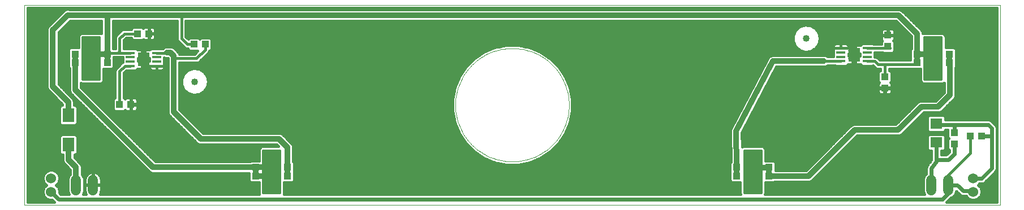
<source format=gtl>
G75*
G70*
%OFA0B0*%
%FSLAX24Y24*%
%IPPOS*%
%LPD*%
%AMOC8*
5,1,8,0,0,1.08239X$1,22.5*
%
%ADD10C,0.0000*%
%ADD11C,0.0591*%
%ADD12R,0.0709X0.0827*%
%ADD13R,0.0394X0.0433*%
%ADD14R,0.0433X0.0394*%
%ADD15R,0.0669X0.0787*%
%ADD16R,0.0531X0.0177*%
%ADD17R,0.0866X0.0709*%
%ADD18C,0.0120*%
%ADD19C,0.0600*%
%ADD20R,0.0710X0.0630*%
%ADD21C,0.0400*%
%ADD22C,0.0160*%
%ADD23C,0.0317*%
%ADD24C,0.0320*%
%ADD25C,0.0356*%
%ADD26C,0.0240*%
D10*
X000350Y000280D02*
X057830Y000280D01*
X057830Y012091D01*
X000350Y012091D01*
X000350Y000280D01*
X025744Y006186D02*
X025748Y006350D01*
X025760Y006514D01*
X025780Y006677D01*
X025808Y006839D01*
X025844Y006999D01*
X025888Y007157D01*
X025940Y007313D01*
X025999Y007466D01*
X026065Y007617D01*
X026139Y007763D01*
X026220Y007906D01*
X026308Y008045D01*
X026402Y008179D01*
X026504Y008309D01*
X026611Y008433D01*
X026724Y008552D01*
X026843Y008665D01*
X026967Y008772D01*
X027097Y008874D01*
X027231Y008968D01*
X027370Y009056D01*
X027513Y009137D01*
X027659Y009211D01*
X027810Y009277D01*
X027963Y009336D01*
X028119Y009388D01*
X028277Y009432D01*
X028437Y009468D01*
X028599Y009496D01*
X028762Y009516D01*
X028926Y009528D01*
X029090Y009532D01*
X029254Y009528D01*
X029418Y009516D01*
X029581Y009496D01*
X029743Y009468D01*
X029903Y009432D01*
X030061Y009388D01*
X030217Y009336D01*
X030370Y009277D01*
X030521Y009211D01*
X030667Y009137D01*
X030810Y009056D01*
X030949Y008968D01*
X031083Y008874D01*
X031213Y008772D01*
X031337Y008665D01*
X031456Y008552D01*
X031569Y008433D01*
X031676Y008309D01*
X031778Y008179D01*
X031872Y008045D01*
X031960Y007906D01*
X032041Y007763D01*
X032115Y007617D01*
X032181Y007466D01*
X032240Y007313D01*
X032292Y007157D01*
X032336Y006999D01*
X032372Y006839D01*
X032400Y006677D01*
X032420Y006514D01*
X032432Y006350D01*
X032436Y006186D01*
X032432Y006022D01*
X032420Y005858D01*
X032400Y005695D01*
X032372Y005533D01*
X032336Y005373D01*
X032292Y005215D01*
X032240Y005059D01*
X032181Y004906D01*
X032115Y004755D01*
X032041Y004609D01*
X031960Y004466D01*
X031872Y004327D01*
X031778Y004193D01*
X031676Y004063D01*
X031569Y003939D01*
X031456Y003820D01*
X031337Y003707D01*
X031213Y003600D01*
X031083Y003498D01*
X030949Y003404D01*
X030810Y003316D01*
X030667Y003235D01*
X030521Y003161D01*
X030370Y003095D01*
X030217Y003036D01*
X030061Y002984D01*
X029903Y002940D01*
X029743Y002904D01*
X029581Y002876D01*
X029418Y002856D01*
X029254Y002844D01*
X029090Y002840D01*
X028926Y002844D01*
X028762Y002856D01*
X028599Y002876D01*
X028437Y002904D01*
X028277Y002940D01*
X028119Y002984D01*
X027963Y003036D01*
X027810Y003095D01*
X027659Y003161D01*
X027513Y003235D01*
X027370Y003316D01*
X027231Y003404D01*
X027097Y003498D01*
X026967Y003600D01*
X026843Y003707D01*
X026724Y003820D01*
X026611Y003939D01*
X026504Y004063D01*
X026402Y004193D01*
X026308Y004327D01*
X026220Y004466D01*
X026139Y004609D01*
X026065Y004755D01*
X025999Y004906D01*
X025940Y005059D01*
X025888Y005215D01*
X025844Y005373D01*
X025808Y005533D01*
X025780Y005695D01*
X025760Y005858D01*
X025748Y006022D01*
X025744Y006186D01*
D11*
X004393Y001756D02*
X004393Y001166D01*
X003393Y001166D02*
X003393Y001756D01*
X053787Y001756D02*
X053787Y001166D01*
X054787Y001166D02*
X054787Y001756D01*
D12*
X002933Y003845D03*
X002933Y005577D03*
D13*
X005956Y006218D03*
X006626Y006218D03*
X010341Y009768D03*
X011010Y009768D03*
X007682Y010400D03*
X007013Y010400D03*
X056091Y004350D03*
X056760Y004350D03*
D14*
X055136Y004561D03*
X055136Y003892D03*
X044208Y002504D03*
X044208Y001993D03*
X042319Y001993D03*
X042319Y002504D03*
X051048Y007184D03*
X051048Y007853D03*
X052949Y008686D03*
X054838Y008686D03*
X054838Y009197D03*
X052949Y009197D03*
X051229Y009639D03*
X051229Y010308D03*
X015862Y002504D03*
X013972Y002504D03*
X013972Y001993D03*
X015862Y001993D03*
X005232Y008686D03*
X005232Y009197D03*
X003342Y009197D03*
X003342Y008686D03*
D15*
X007370Y008878D03*
X049239Y009153D03*
D16*
X048462Y009025D03*
X048462Y008769D03*
X050017Y008769D03*
X050017Y009025D03*
X050017Y009281D03*
X050017Y009537D03*
X048462Y009537D03*
X048462Y009281D03*
X008147Y009262D03*
X008147Y009006D03*
X008147Y008750D03*
X008147Y008495D03*
X006592Y008495D03*
X006592Y008750D03*
X006592Y009006D03*
X006592Y009262D03*
D17*
X004287Y008941D03*
X014917Y002249D03*
X043264Y002249D03*
X053893Y008941D03*
D18*
X053393Y008931D02*
X054393Y008931D01*
X054393Y009049D02*
X053393Y009049D01*
X053393Y009168D02*
X054393Y009168D01*
X054393Y009286D02*
X053393Y009286D01*
X053393Y009405D02*
X054393Y009405D01*
X054393Y009523D02*
X053393Y009523D01*
X053393Y009642D02*
X054393Y009642D01*
X054393Y009760D02*
X053393Y009760D01*
X053393Y009879D02*
X054393Y009879D01*
X054393Y009997D02*
X053393Y009997D01*
X053393Y010116D02*
X054393Y010116D01*
X054393Y010191D02*
X053393Y010191D01*
X053393Y007691D01*
X054393Y007691D01*
X054393Y010191D01*
X054393Y008812D02*
X053393Y008812D01*
X053393Y008694D02*
X054393Y008694D01*
X054393Y008575D02*
X053393Y008575D01*
X053393Y008457D02*
X054393Y008457D01*
X054393Y008338D02*
X053393Y008338D01*
X053393Y008220D02*
X054393Y008220D01*
X054393Y008101D02*
X053393Y008101D01*
X053393Y007983D02*
X054393Y007983D01*
X054393Y007864D02*
X053393Y007864D01*
X053393Y007746D02*
X054393Y007746D01*
X043764Y003499D02*
X042764Y003499D01*
X042764Y000999D01*
X043764Y000999D01*
X043764Y003499D01*
X043764Y003480D02*
X042764Y003480D01*
X042764Y003361D02*
X043764Y003361D01*
X043764Y003243D02*
X042764Y003243D01*
X042764Y003124D02*
X043764Y003124D01*
X043764Y003006D02*
X042764Y003006D01*
X042764Y002887D02*
X043764Y002887D01*
X043764Y002769D02*
X042764Y002769D01*
X042764Y002650D02*
X043764Y002650D01*
X043764Y002532D02*
X042764Y002532D01*
X042764Y002413D02*
X043764Y002413D01*
X043764Y002295D02*
X042764Y002295D01*
X042764Y002176D02*
X043764Y002176D01*
X043764Y002058D02*
X042764Y002058D01*
X042764Y001939D02*
X043764Y001939D01*
X043764Y001821D02*
X042764Y001821D01*
X042764Y001702D02*
X043764Y001702D01*
X043764Y001584D02*
X042764Y001584D01*
X042764Y001465D02*
X043764Y001465D01*
X043764Y001347D02*
X042764Y001347D01*
X042764Y001228D02*
X043764Y001228D01*
X043764Y001110D02*
X042764Y001110D01*
X015417Y001110D02*
X014417Y001110D01*
X014417Y000999D02*
X014417Y003499D01*
X015417Y003499D01*
X015417Y000999D01*
X014417Y000999D01*
X014417Y001228D02*
X015417Y001228D01*
X015417Y001347D02*
X014417Y001347D01*
X014417Y001465D02*
X015417Y001465D01*
X015417Y001584D02*
X014417Y001584D01*
X014417Y001702D02*
X015417Y001702D01*
X015417Y001821D02*
X014417Y001821D01*
X014417Y001939D02*
X015417Y001939D01*
X015417Y002058D02*
X014417Y002058D01*
X014417Y002176D02*
X015417Y002176D01*
X015417Y002295D02*
X014417Y002295D01*
X014417Y002413D02*
X015417Y002413D01*
X015417Y002532D02*
X014417Y002532D01*
X014417Y002650D02*
X015417Y002650D01*
X015417Y002769D02*
X014417Y002769D01*
X014417Y002887D02*
X015417Y002887D01*
X015417Y003006D02*
X014417Y003006D01*
X014417Y003124D02*
X015417Y003124D01*
X015417Y003243D02*
X014417Y003243D01*
X014417Y003361D02*
X015417Y003361D01*
X015417Y003480D02*
X014417Y003480D01*
X004787Y007691D02*
X003787Y007691D01*
X003787Y010191D01*
X004787Y010191D01*
X004787Y007691D01*
X004787Y007746D02*
X003787Y007746D01*
X003787Y007864D02*
X004787Y007864D01*
X004787Y007983D02*
X003787Y007983D01*
X003787Y008101D02*
X004787Y008101D01*
X004787Y008220D02*
X003787Y008220D01*
X003787Y008338D02*
X004787Y008338D01*
X004787Y008457D02*
X003787Y008457D01*
X003787Y008575D02*
X004787Y008575D01*
X004787Y008694D02*
X003787Y008694D01*
X003787Y008812D02*
X004787Y008812D01*
X004787Y008931D02*
X003787Y008931D01*
X003787Y009049D02*
X004787Y009049D01*
X004787Y009168D02*
X003787Y009168D01*
X003787Y009286D02*
X004787Y009286D01*
X004787Y009405D02*
X003787Y009405D01*
X003787Y009523D02*
X004787Y009523D01*
X004787Y009642D02*
X003787Y009642D01*
X003787Y009760D02*
X004787Y009760D01*
X004787Y009879D02*
X003787Y009879D01*
X003787Y009997D02*
X004787Y009997D01*
X004787Y010116D02*
X003787Y010116D01*
D19*
X001925Y001855D03*
X001925Y001067D03*
X056256Y001067D03*
X056256Y001855D03*
D20*
X054077Y003968D03*
X054077Y005088D03*
D21*
X046413Y010123D03*
X010390Y007563D03*
D22*
X009611Y007571D02*
X009490Y007571D01*
X009490Y007413D02*
X009611Y007413D01*
X009611Y007398D02*
X009746Y007096D01*
X009746Y007096D01*
X009992Y006874D01*
X010306Y006772D01*
X010306Y006772D01*
X010635Y006807D01*
X010635Y006807D01*
X010922Y006972D01*
X010922Y006972D01*
X010922Y006972D01*
X011116Y007240D01*
X011185Y007563D01*
X011116Y007887D01*
X010922Y008155D01*
X010922Y008155D01*
X010922Y008155D01*
X010635Y008320D01*
X010306Y008355D01*
X009992Y008252D01*
X009746Y008031D01*
X009611Y007729D01*
X009611Y007398D01*
X009676Y007254D02*
X009490Y007254D01*
X008810Y007254D02*
X006210Y007254D01*
X006210Y007413D02*
X008810Y007413D01*
X008810Y007571D02*
X006210Y007571D01*
X006210Y007730D02*
X008810Y007730D01*
X009490Y007730D02*
X009612Y007730D01*
X009682Y007888D02*
X009490Y007888D01*
X009490Y008047D02*
X009763Y008047D01*
X009746Y008031D02*
X009746Y008031D01*
X009939Y008205D02*
X009490Y008205D01*
X009992Y008252D02*
X009992Y008252D01*
X010306Y008355D02*
X010306Y008355D01*
X010635Y008320D02*
X010635Y008320D01*
X010835Y008205D02*
X026198Y008205D01*
X026093Y008047D02*
X011000Y008047D01*
X011116Y007888D02*
X025987Y007888D01*
X025965Y007856D02*
X025699Y007214D01*
X025564Y006533D01*
X025564Y005838D01*
X025699Y005157D01*
X025965Y004515D01*
X026351Y003938D01*
X026842Y003446D01*
X027420Y003060D01*
X028062Y002795D01*
X028743Y002659D01*
X029438Y002659D01*
X030119Y002795D01*
X030761Y003060D01*
X031338Y003446D01*
X031830Y003938D01*
X032215Y004515D01*
X032481Y005157D01*
X032617Y005838D01*
X032617Y006533D01*
X032481Y007214D01*
X032215Y007856D01*
X031830Y008433D01*
X031338Y008925D01*
X030761Y009311D01*
X030119Y009576D01*
X029438Y009712D01*
X028743Y009712D01*
X028062Y009576D01*
X027420Y009311D01*
X026842Y008925D01*
X026351Y008433D01*
X025965Y007856D01*
X025913Y007730D02*
X011150Y007730D01*
X011183Y007571D02*
X025847Y007571D01*
X025782Y007413D02*
X011153Y007413D01*
X011119Y007254D02*
X025716Y007254D01*
X025676Y007096D02*
X011011Y007096D01*
X010861Y006937D02*
X025644Y006937D01*
X025613Y006779D02*
X010366Y006779D01*
X010287Y006779D02*
X009490Y006779D01*
X009490Y006937D02*
X009922Y006937D01*
X009992Y006874D02*
X009992Y006874D01*
X009746Y007096D02*
X009490Y007096D01*
X008810Y007096D02*
X006210Y007096D01*
X006210Y006937D02*
X008810Y006937D01*
X008810Y006779D02*
X006210Y006779D01*
X005690Y006779D02*
X004133Y006779D01*
X003974Y006937D02*
X005690Y006937D01*
X005690Y007096D02*
X003816Y007096D01*
X003690Y007221D02*
X003690Y007472D01*
X003739Y007451D01*
X004835Y007451D01*
X004923Y007488D01*
X004991Y007555D01*
X005027Y007644D01*
X005027Y008309D01*
X005523Y008309D01*
X005629Y008414D01*
X005629Y009002D01*
X006147Y009002D01*
X006147Y008727D01*
X006117Y008715D01*
X005803Y008400D01*
X005730Y008327D01*
X005690Y008232D01*
X005690Y006614D01*
X005685Y006614D01*
X005580Y006509D01*
X005580Y005927D01*
X005685Y005821D01*
X006228Y005821D01*
X006291Y005884D01*
X006318Y005857D01*
X006359Y005834D01*
X006405Y005821D01*
X006607Y005821D01*
X006607Y006199D01*
X006644Y006199D01*
X006644Y005821D01*
X006846Y005821D01*
X006892Y005834D01*
X006933Y005857D01*
X006967Y005891D01*
X006990Y005932D01*
X007003Y005978D01*
X007003Y006199D01*
X006644Y006199D01*
X006644Y006236D01*
X007003Y006236D01*
X007003Y006458D01*
X006990Y006504D01*
X006967Y006545D01*
X006933Y006578D01*
X006892Y006602D01*
X006846Y006614D01*
X006644Y006614D01*
X006644Y006236D01*
X006607Y006236D01*
X006607Y006614D01*
X006405Y006614D01*
X006359Y006602D01*
X006318Y006578D01*
X006291Y006551D01*
X006228Y006614D01*
X006210Y006614D01*
X006210Y008072D01*
X006364Y008226D01*
X006933Y008226D01*
X007011Y008305D01*
X007012Y008305D01*
X007290Y008305D01*
X007290Y008798D01*
X007450Y008798D01*
X007450Y008305D01*
X007728Y008305D01*
X007732Y008306D01*
X007738Y008295D01*
X007771Y008262D01*
X007812Y008238D01*
X007858Y008226D01*
X008147Y008226D01*
X008147Y008482D01*
X008147Y008482D01*
X008147Y008226D01*
X008437Y008226D01*
X008483Y008238D01*
X008524Y008262D01*
X008557Y008295D01*
X008581Y008337D01*
X008593Y008382D01*
X008593Y008495D01*
X008593Y008977D01*
X008683Y008940D01*
X008809Y008940D01*
X008810Y008939D01*
X008810Y005712D01*
X008862Y005587D01*
X010462Y003987D01*
X010558Y003892D01*
X010683Y003840D01*
X015207Y003840D01*
X015308Y003739D01*
X014369Y003739D01*
X014281Y003702D01*
X014214Y003634D01*
X014177Y003546D01*
X014177Y002881D01*
X013681Y002881D01*
X013644Y002844D01*
X008067Y002844D01*
X003690Y007221D01*
X003690Y007254D02*
X005690Y007254D01*
X005690Y007413D02*
X003690Y007413D01*
X003010Y007413D02*
X002363Y007413D01*
X002363Y007409D02*
X002363Y010474D01*
X003031Y011142D01*
X004892Y011142D01*
X004892Y010408D01*
X004835Y010431D01*
X003739Y010431D01*
X003651Y010395D01*
X003584Y010327D01*
X003547Y010239D01*
X003547Y009574D01*
X003051Y009574D01*
X002946Y009469D01*
X002946Y008414D01*
X003010Y008350D01*
X003010Y007012D01*
X003062Y006887D01*
X007638Y002312D01*
X007733Y002216D01*
X007858Y002164D01*
X013576Y002164D01*
X013576Y001721D01*
X013681Y001616D01*
X014177Y001616D01*
X014177Y000951D01*
X014188Y000924D01*
X004804Y000924D01*
X004834Y000983D01*
X004857Y001055D01*
X004869Y001128D01*
X004869Y001443D01*
X004412Y001443D01*
X004412Y001480D01*
X004375Y001480D01*
X004375Y002232D01*
X004356Y002232D01*
X004282Y002220D01*
X004211Y002197D01*
X004144Y002163D01*
X004084Y002119D01*
X004031Y002066D01*
X003987Y002005D01*
X003953Y001939D01*
X003930Y001868D01*
X003918Y001794D01*
X003918Y001480D01*
X004375Y001480D01*
X004375Y001443D01*
X003918Y001443D01*
X003918Y001128D01*
X003930Y001055D01*
X003953Y000983D01*
X003983Y000924D01*
X003808Y000924D01*
X003869Y001071D01*
X003869Y001851D01*
X003796Y002026D01*
X003733Y002089D01*
X003733Y002570D01*
X003682Y002695D01*
X003298Y003078D01*
X003298Y003251D01*
X003362Y003251D01*
X003468Y003357D01*
X003468Y004333D01*
X003362Y004438D01*
X002504Y004438D01*
X002399Y004333D01*
X002399Y003357D01*
X002504Y003251D01*
X002618Y003251D01*
X002618Y002870D01*
X002670Y002745D01*
X002766Y002649D01*
X003053Y002362D01*
X003053Y002089D01*
X002991Y002026D01*
X002918Y001851D01*
X002918Y001071D01*
X002979Y000924D01*
X002492Y000924D01*
X002405Y001012D01*
X002405Y001163D01*
X002332Y001339D01*
X002210Y001461D01*
X002332Y001583D01*
X002405Y001759D01*
X002405Y001950D01*
X002332Y002127D01*
X002197Y002262D01*
X002020Y002335D01*
X001830Y002335D01*
X001653Y002262D01*
X001518Y002127D01*
X001445Y001950D01*
X001445Y001759D01*
X001518Y001583D01*
X001640Y001461D01*
X001518Y001339D01*
X001445Y001163D01*
X001445Y000972D01*
X001518Y000796D01*
X001653Y000660D01*
X001830Y000587D01*
X001981Y000587D01*
X002108Y000460D01*
X000530Y000460D01*
X000530Y011911D01*
X057650Y011911D01*
X057650Y000460D01*
X054695Y000460D01*
X054956Y000721D01*
X055056Y000763D01*
X055190Y000897D01*
X055262Y001071D01*
X055262Y001095D01*
X055411Y000947D01*
X055495Y000862D01*
X055605Y000817D01*
X055840Y000817D01*
X055849Y000796D01*
X055984Y000660D01*
X056160Y000587D01*
X056351Y000587D01*
X056528Y000660D01*
X056663Y000796D01*
X056736Y000972D01*
X056736Y001163D01*
X056663Y001339D01*
X056541Y001461D01*
X056635Y001555D01*
X056807Y001555D01*
X056918Y001600D01*
X057508Y002191D01*
X057593Y002275D01*
X057638Y002386D01*
X057638Y004867D01*
X057593Y004977D01*
X057396Y005174D01*
X057311Y005259D01*
X057201Y005304D01*
X054612Y005304D01*
X054612Y005477D01*
X054506Y005583D01*
X053647Y005583D01*
X053542Y005477D01*
X053542Y004698D01*
X053647Y004593D01*
X054506Y004593D01*
X054612Y004698D01*
X054612Y004704D01*
X054739Y004704D01*
X054739Y004290D01*
X054803Y004226D01*
X054739Y004163D01*
X054739Y003620D01*
X054836Y003524D01*
X054836Y003418D01*
X054655Y003237D01*
X054390Y003237D01*
X054390Y003473D01*
X054506Y003473D01*
X054612Y003579D01*
X054612Y004358D01*
X054506Y004463D01*
X053647Y004463D01*
X053542Y004358D01*
X053542Y003579D01*
X053647Y003473D01*
X053790Y003473D01*
X053790Y002940D01*
X053560Y002635D01*
X053533Y002607D01*
X053525Y002588D01*
X053512Y002571D01*
X053502Y002533D01*
X053487Y002497D01*
X053487Y002476D01*
X053482Y002455D01*
X053487Y002417D01*
X053487Y002129D01*
X053384Y002026D01*
X053312Y001851D01*
X053312Y001071D01*
X053373Y000924D01*
X043993Y000924D01*
X044004Y000951D01*
X044004Y001616D01*
X044500Y001616D01*
X044536Y001653D01*
X046619Y001653D01*
X046744Y001704D01*
X049408Y004369D01*
X051894Y004369D01*
X052019Y004421D01*
X053345Y005747D01*
X054256Y005747D01*
X054381Y005799D01*
X055070Y006488D01*
X055166Y006583D01*
X055218Y006708D01*
X055218Y008397D01*
X055235Y008414D01*
X055235Y009469D01*
X055129Y009574D01*
X054633Y009574D01*
X054633Y010239D01*
X054597Y010327D01*
X054529Y010395D01*
X054441Y010431D01*
X053346Y010431D01*
X053289Y010408D01*
X053289Y010449D01*
X053237Y010574D01*
X052138Y011673D01*
X052088Y011723D01*
X052043Y011768D01*
X052043Y011768D01*
X052043Y011768D01*
X051980Y011794D01*
X051918Y011820D01*
X051918Y011820D01*
X051918Y011820D01*
X051853Y011820D01*
X051783Y011820D01*
X051783Y011820D01*
X009701Y011815D01*
X006820Y011821D01*
X006819Y011822D01*
X006752Y011822D01*
X006685Y011822D01*
X006685Y011822D01*
X003022Y011822D01*
X002977Y011840D01*
X002842Y011840D01*
X002717Y011789D01*
X002621Y011693D01*
X001735Y010807D01*
X001683Y010682D01*
X001683Y007201D01*
X001735Y007076D01*
X001831Y006980D01*
X002593Y006218D01*
X002593Y006170D01*
X002504Y006170D01*
X002399Y006065D01*
X002399Y005089D01*
X002504Y004983D01*
X003362Y004983D01*
X003468Y005089D01*
X003468Y006065D01*
X003362Y006170D01*
X003273Y006170D01*
X003273Y006426D01*
X003221Y006551D01*
X002363Y007409D01*
X002363Y007571D02*
X003010Y007571D01*
X003010Y007730D02*
X002363Y007730D01*
X002363Y007888D02*
X003010Y007888D01*
X003010Y008047D02*
X002363Y008047D01*
X002363Y008205D02*
X003010Y008205D01*
X002996Y008364D02*
X002363Y008364D01*
X002363Y008522D02*
X002946Y008522D01*
X002946Y008681D02*
X002363Y008681D01*
X002363Y008839D02*
X002946Y008839D01*
X002946Y008998D02*
X002363Y008998D01*
X002363Y009156D02*
X002946Y009156D01*
X002946Y009315D02*
X002363Y009315D01*
X002363Y009473D02*
X002950Y009473D01*
X002363Y009632D02*
X003547Y009632D01*
X003547Y009790D02*
X002363Y009790D01*
X002363Y009949D02*
X003547Y009949D01*
X003547Y010107D02*
X002363Y010107D01*
X002363Y010266D02*
X003558Y010266D01*
X003722Y010424D02*
X002363Y010424D01*
X002472Y010583D02*
X004892Y010583D01*
X004892Y010741D02*
X002631Y010741D01*
X002789Y010900D02*
X004892Y010900D01*
X005572Y010900D02*
X009342Y010900D01*
X009342Y010741D02*
X008010Y010741D01*
X008023Y010728D02*
X007990Y010761D01*
X007949Y010785D01*
X007903Y010797D01*
X007701Y010797D01*
X007701Y010419D01*
X007664Y010419D01*
X007664Y010797D01*
X007462Y010797D01*
X007416Y010785D01*
X007375Y010761D01*
X007348Y010734D01*
X007285Y010797D01*
X006742Y010797D01*
X006636Y010692D01*
X006636Y010660D01*
X006187Y010660D01*
X006091Y010621D01*
X005813Y010343D01*
X005740Y010270D01*
X005700Y010174D01*
X005700Y009522D01*
X005575Y009522D01*
X005572Y009525D01*
X005572Y011142D01*
X006752Y011142D01*
X009342Y011136D01*
X009342Y010071D01*
X009382Y009975D01*
X009455Y009902D01*
X009809Y009548D01*
X009905Y009508D01*
X009964Y009508D01*
X009964Y009477D01*
X010069Y009372D01*
X010551Y009372D01*
X010380Y009201D01*
X009468Y009201D01*
X009438Y009273D01*
X009343Y009368D01*
X009143Y009568D01*
X009018Y009620D01*
X008683Y009620D01*
X008558Y009568D01*
X008512Y009522D01*
X008496Y009522D01*
X008488Y009531D01*
X007807Y009531D01*
X007728Y009452D01*
X007450Y009452D01*
X007450Y008958D01*
X007702Y008958D01*
X007702Y008798D01*
X007450Y008798D01*
X007450Y008958D01*
X007290Y008958D01*
X007038Y008958D01*
X007038Y008798D01*
X007290Y008798D01*
X007290Y008958D01*
X007290Y009452D01*
X007012Y009452D01*
X007011Y009452D01*
X006933Y009531D01*
X006252Y009531D01*
X006243Y009522D01*
X006220Y009522D01*
X006220Y010015D01*
X006346Y010140D01*
X006636Y010140D01*
X006636Y010109D01*
X006742Y010004D01*
X007285Y010004D01*
X007348Y010067D01*
X007375Y010040D01*
X007416Y010016D01*
X007462Y010004D01*
X007664Y010004D01*
X007664Y010382D01*
X007701Y010382D01*
X007701Y010419D01*
X008059Y010419D01*
X008059Y010641D01*
X008047Y010686D01*
X008023Y010728D01*
X008059Y010583D02*
X009342Y010583D01*
X009862Y010583D02*
X045766Y010583D01*
X045770Y010590D02*
X045635Y010288D01*
X045635Y009957D01*
X045770Y009655D01*
X046015Y009434D01*
X046330Y009331D01*
X046659Y009366D01*
X046945Y009531D01*
X046946Y009531D01*
X047140Y009799D01*
X047209Y010123D01*
X047140Y010446D01*
X047140Y010446D01*
X046946Y010714D01*
X046945Y010714D01*
X046659Y010879D01*
X046330Y010914D01*
X046015Y010811D01*
X045770Y010590D01*
X045937Y010741D02*
X009862Y010741D01*
X009862Y010900D02*
X046286Y010900D01*
X046330Y010914D02*
X046330Y010914D01*
X046465Y010900D02*
X051950Y010900D01*
X052108Y010741D02*
X046898Y010741D01*
X047041Y010583D02*
X050849Y010583D01*
X050845Y010575D02*
X050832Y010529D01*
X050832Y010327D01*
X051210Y010327D01*
X051210Y010290D01*
X050832Y010290D01*
X050832Y010088D01*
X050845Y010042D01*
X050868Y010001D01*
X050896Y009974D01*
X050832Y009910D01*
X050832Y009797D01*
X050366Y009797D01*
X050357Y009806D01*
X049676Y009806D01*
X049598Y009727D01*
X049598Y009727D01*
X049319Y009727D01*
X049319Y009233D01*
X049571Y009233D01*
X049571Y009073D01*
X049319Y009073D01*
X049319Y008580D01*
X049598Y008580D01*
X049676Y008501D01*
X050357Y008501D01*
X050359Y008503D01*
X050430Y008433D01*
X050503Y008360D01*
X050598Y008320D01*
X050788Y008320D01*
X050788Y008230D01*
X050757Y008230D01*
X050651Y008124D01*
X050651Y007581D01*
X050715Y007518D01*
X050687Y007491D01*
X050664Y007450D01*
X050651Y007404D01*
X050651Y007202D01*
X051029Y007202D01*
X051029Y007165D01*
X050651Y007165D01*
X050651Y006963D01*
X050664Y006917D01*
X050687Y006876D01*
X050721Y006843D01*
X050762Y006819D01*
X050808Y006807D01*
X051029Y006807D01*
X051029Y007165D01*
X051066Y007165D01*
X051066Y006807D01*
X051288Y006807D01*
X051334Y006819D01*
X051375Y006843D01*
X051408Y006876D01*
X051432Y006917D01*
X051444Y006963D01*
X051444Y007165D01*
X051066Y007165D01*
X051066Y007202D01*
X051444Y007202D01*
X051444Y007404D01*
X051432Y007450D01*
X051408Y007491D01*
X051381Y007518D01*
X051444Y007581D01*
X051444Y008124D01*
X051339Y008230D01*
X051308Y008230D01*
X051308Y008320D01*
X052646Y008320D01*
X052658Y008309D01*
X052836Y008309D01*
X052842Y008306D01*
X052977Y008306D01*
X052983Y008309D01*
X053153Y008309D01*
X053153Y007644D01*
X053190Y007555D01*
X053258Y007488D01*
X053346Y007451D01*
X054441Y007451D01*
X054529Y007488D01*
X054538Y007496D01*
X054538Y006917D01*
X054048Y006427D01*
X053137Y006427D01*
X053012Y006375D01*
X052916Y006280D01*
X051686Y005049D01*
X049200Y005049D01*
X049075Y004997D01*
X048979Y004902D01*
X046410Y002333D01*
X044605Y002333D01*
X044605Y002776D01*
X044500Y002881D01*
X044004Y002881D01*
X044004Y003546D01*
X043967Y003634D01*
X043900Y003702D01*
X043811Y003739D01*
X042716Y003739D01*
X042637Y003706D01*
X042622Y004561D01*
X044656Y008440D01*
X047518Y008440D01*
X047643Y008492D01*
X047671Y008520D01*
X048102Y008520D01*
X048121Y008501D01*
X048802Y008501D01*
X048881Y008580D01*
X049159Y008580D01*
X049159Y009073D01*
X049319Y009073D01*
X049319Y009233D01*
X049159Y009233D01*
X048907Y009233D01*
X048907Y009073D01*
X049159Y009073D01*
X049159Y009233D01*
X049159Y009727D01*
X048881Y009727D01*
X048877Y009726D01*
X048871Y009736D01*
X048838Y009770D01*
X048797Y009793D01*
X048751Y009806D01*
X048462Y009806D01*
X048462Y009550D01*
X048462Y009550D01*
X048462Y009806D01*
X048172Y009806D01*
X048126Y009793D01*
X048085Y009770D01*
X048052Y009736D01*
X048028Y009695D01*
X048016Y009649D01*
X048016Y009537D01*
X048016Y009040D01*
X047671Y009040D01*
X047643Y009068D01*
X047518Y009120D01*
X044466Y009120D01*
X044413Y009125D01*
X044398Y009120D01*
X044383Y009120D01*
X044334Y009100D01*
X044284Y009084D01*
X044272Y009074D01*
X044258Y009068D01*
X044221Y009031D01*
X044180Y008998D01*
X044173Y008984D01*
X044162Y008973D01*
X044142Y008924D01*
X042002Y004843D01*
X041989Y004830D01*
X041971Y004784D01*
X041948Y004740D01*
X041947Y004721D01*
X041940Y004704D01*
X041941Y004655D01*
X041936Y004605D01*
X041942Y004587D01*
X041973Y002827D01*
X041922Y002776D01*
X041922Y001721D01*
X042028Y001616D01*
X042524Y001616D01*
X042524Y000951D01*
X042534Y000924D01*
X015646Y000924D01*
X015657Y000951D01*
X015657Y001616D01*
X016153Y001616D01*
X016259Y001721D01*
X016259Y002776D01*
X016192Y002842D01*
X016192Y003743D01*
X016140Y003868D01*
X016045Y003964D01*
X015540Y004468D01*
X015415Y004520D01*
X010891Y004520D01*
X009490Y005921D01*
X009490Y008681D01*
X010540Y008681D01*
X010635Y008721D01*
X010708Y008794D01*
X011230Y009316D01*
X011253Y009372D01*
X011281Y009372D01*
X011387Y009477D01*
X011387Y010059D01*
X011281Y010165D01*
X010739Y010165D01*
X010675Y010101D01*
X010612Y010165D01*
X010069Y010165D01*
X009998Y010094D01*
X009862Y010230D01*
X009862Y011135D01*
X051709Y011140D01*
X052609Y010241D01*
X052609Y009525D01*
X052552Y009469D01*
X052552Y008840D01*
X050758Y008840D01*
X050608Y008990D01*
X050513Y009029D01*
X050462Y009029D01*
X050462Y009277D01*
X050923Y009277D01*
X050938Y009262D01*
X051520Y009262D01*
X051625Y009368D01*
X051625Y009910D01*
X051562Y009974D01*
X051589Y010001D01*
X051613Y010042D01*
X051625Y010088D01*
X051625Y010290D01*
X051247Y010290D01*
X051247Y010327D01*
X051210Y010327D01*
X051210Y010685D01*
X050989Y010685D01*
X050943Y010673D01*
X050902Y010649D01*
X050868Y010616D01*
X050845Y010575D01*
X051210Y010583D02*
X051247Y010583D01*
X051247Y010685D02*
X051247Y010327D01*
X051625Y010327D01*
X051625Y010529D01*
X051613Y010575D01*
X051589Y010616D01*
X051556Y010649D01*
X051515Y010673D01*
X051469Y010685D01*
X051247Y010685D01*
X051609Y010583D02*
X052267Y010583D01*
X052425Y010424D02*
X051625Y010424D01*
X051625Y010266D02*
X052584Y010266D01*
X052609Y010107D02*
X051625Y010107D01*
X051587Y009949D02*
X052609Y009949D01*
X052609Y009790D02*
X051625Y009790D01*
X051625Y009632D02*
X052609Y009632D01*
X052556Y009473D02*
X051625Y009473D01*
X051348Y009537D02*
X051229Y009639D01*
X051348Y009537D02*
X050017Y009537D01*
X049400Y009380D02*
X049243Y009537D01*
X049250Y009544D01*
X049250Y010080D01*
X049518Y010348D01*
X051229Y010308D01*
X051210Y010424D02*
X051247Y010424D01*
X050832Y010424D02*
X047145Y010424D01*
X047178Y010266D02*
X050832Y010266D01*
X050832Y010107D02*
X047205Y010107D01*
X047172Y009949D02*
X050870Y009949D01*
X049661Y009790D02*
X048803Y009790D01*
X048462Y009790D02*
X048462Y009790D01*
X048462Y009632D02*
X048462Y009632D01*
X048462Y009537D02*
X047895Y009537D01*
X047890Y009532D01*
X048016Y009537D02*
X048109Y009537D01*
X048109Y009537D01*
X048016Y009537D01*
X048016Y009473D02*
X046845Y009473D01*
X046946Y009531D02*
X046946Y009531D01*
X047018Y009632D02*
X048016Y009632D01*
X048121Y009790D02*
X047133Y009790D01*
X047140Y009799D02*
X047140Y009799D01*
X045972Y009473D02*
X030369Y009473D01*
X029842Y009632D02*
X045796Y009632D01*
X045770Y009655D02*
X045770Y009655D01*
X045709Y009790D02*
X011387Y009790D01*
X011387Y009632D02*
X028339Y009632D01*
X027812Y009473D02*
X011383Y009473D01*
X011010Y009463D02*
X010488Y008941D01*
X009150Y008941D01*
X008810Y008839D02*
X008593Y008839D01*
X007702Y008839D02*
X007450Y008839D01*
X007370Y008878D02*
X007370Y008910D01*
X007200Y009080D01*
X007290Y009156D02*
X007450Y009156D01*
X007450Y008998D02*
X007290Y008998D01*
X007290Y008839D02*
X007038Y008839D01*
X007200Y008680D02*
X007386Y008495D01*
X008147Y008495D01*
X008573Y008495D01*
X008618Y008449D01*
X008593Y008495D02*
X008500Y008495D01*
X008593Y008495D01*
X008593Y008522D02*
X008810Y008522D01*
X008810Y008364D02*
X008588Y008364D01*
X008500Y008495D02*
X008500Y008495D01*
X008593Y008681D02*
X008810Y008681D01*
X009490Y008681D02*
X026598Y008681D01*
X026440Y008522D02*
X009490Y008522D01*
X009490Y008364D02*
X026304Y008364D01*
X026757Y008839D02*
X010753Y008839D01*
X010912Y008998D02*
X026951Y008998D01*
X027189Y009156D02*
X011070Y009156D01*
X011229Y009315D02*
X027429Y009315D01*
X030751Y009315D02*
X048016Y009315D01*
X048016Y009156D02*
X030992Y009156D01*
X031229Y008998D02*
X044180Y008998D01*
X044097Y008839D02*
X031424Y008839D01*
X031583Y008681D02*
X044014Y008681D01*
X043931Y008522D02*
X031741Y008522D01*
X031876Y008364D02*
X043848Y008364D01*
X044616Y008364D02*
X050499Y008364D01*
X050430Y008433D02*
X050430Y008433D01*
X050650Y008580D02*
X051039Y008580D01*
X051048Y008571D01*
X051048Y007853D01*
X051444Y007888D02*
X053153Y007888D01*
X053153Y008047D02*
X051444Y008047D01*
X051364Y008205D02*
X053153Y008205D01*
X052843Y008580D02*
X052949Y008686D01*
X052843Y008580D02*
X051039Y008580D01*
X050650Y008580D02*
X050461Y008769D01*
X050017Y008769D01*
X049655Y008522D02*
X048823Y008522D01*
X048881Y008580D02*
X048881Y008580D01*
X049159Y008681D02*
X049319Y008681D01*
X049598Y008580D02*
X049598Y008580D01*
X048462Y008769D02*
X048451Y008780D01*
X047450Y008780D01*
X048907Y009156D02*
X049159Y009156D01*
X049239Y009153D02*
X049050Y009342D01*
X049050Y009380D01*
X049159Y009315D02*
X049319Y009315D01*
X049319Y009156D02*
X049571Y009156D01*
X049319Y008998D02*
X049159Y008998D01*
X049159Y008839D02*
X049319Y008839D01*
X050462Y009156D02*
X052552Y009156D01*
X052552Y008998D02*
X050589Y008998D01*
X051572Y009315D02*
X052552Y009315D01*
X053598Y008941D02*
X053893Y008941D01*
X055235Y008998D02*
X057650Y008998D01*
X057650Y009156D02*
X055235Y009156D01*
X055235Y009315D02*
X057650Y009315D01*
X057650Y009473D02*
X055231Y009473D01*
X054633Y009632D02*
X057650Y009632D01*
X057650Y009790D02*
X054633Y009790D01*
X054633Y009949D02*
X057650Y009949D01*
X057650Y010107D02*
X054633Y010107D01*
X054623Y010266D02*
X057650Y010266D01*
X057650Y010424D02*
X054459Y010424D01*
X053328Y010424D02*
X053289Y010424D01*
X053228Y010583D02*
X057650Y010583D01*
X057650Y010741D02*
X053070Y010741D01*
X052911Y010900D02*
X057650Y010900D01*
X057650Y011058D02*
X052753Y011058D01*
X052594Y011217D02*
X057650Y011217D01*
X057650Y011375D02*
X052436Y011375D01*
X052277Y011534D02*
X057650Y011534D01*
X057650Y011692D02*
X052119Y011692D01*
X052138Y011673D02*
X052138Y011673D01*
X051791Y011058D02*
X009862Y011058D01*
X009342Y011058D02*
X005572Y011058D01*
X004892Y011058D02*
X002948Y011058D01*
X002303Y011375D02*
X000530Y011375D01*
X000530Y011217D02*
X002144Y011217D01*
X001986Y011058D02*
X000530Y011058D01*
X000530Y010900D02*
X001827Y010900D01*
X001708Y010741D02*
X000530Y010741D01*
X000530Y010583D02*
X001683Y010583D01*
X001683Y010424D02*
X000530Y010424D01*
X000530Y010266D02*
X001683Y010266D01*
X001683Y010107D02*
X000530Y010107D01*
X000530Y009949D02*
X001683Y009949D01*
X001683Y009790D02*
X000530Y009790D01*
X000530Y009632D02*
X001683Y009632D01*
X001683Y009473D02*
X000530Y009473D01*
X000530Y009315D02*
X001683Y009315D01*
X001683Y009156D02*
X000530Y009156D01*
X000530Y008998D02*
X001683Y008998D01*
X001683Y008839D02*
X000530Y008839D01*
X000530Y008681D02*
X001683Y008681D01*
X001683Y008522D02*
X000530Y008522D01*
X000530Y008364D02*
X001683Y008364D01*
X001683Y008205D02*
X000530Y008205D01*
X000530Y008047D02*
X001683Y008047D01*
X001683Y007888D02*
X000530Y007888D01*
X000530Y007730D02*
X001683Y007730D01*
X001683Y007571D02*
X000530Y007571D01*
X000530Y007413D02*
X001683Y007413D01*
X001683Y007254D02*
X000530Y007254D01*
X000530Y007096D02*
X001727Y007096D01*
X001874Y006937D02*
X000530Y006937D01*
X000530Y006779D02*
X002032Y006779D01*
X002835Y006937D02*
X003041Y006937D01*
X003010Y007096D02*
X002677Y007096D01*
X002518Y007254D02*
X003010Y007254D01*
X004997Y007571D02*
X005690Y007571D01*
X005690Y007730D02*
X005027Y007730D01*
X005027Y007888D02*
X005690Y007888D01*
X005690Y008047D02*
X005027Y008047D01*
X005027Y008205D02*
X005690Y008205D01*
X005950Y008180D02*
X005950Y006251D01*
X005956Y006218D01*
X005580Y006145D02*
X004767Y006145D01*
X004608Y006303D02*
X005580Y006303D01*
X005580Y006462D02*
X004450Y006462D01*
X004291Y006620D02*
X005690Y006620D01*
X006210Y006620D02*
X008810Y006620D01*
X008810Y006462D02*
X007002Y006462D01*
X007003Y006303D02*
X008810Y006303D01*
X008810Y006145D02*
X007003Y006145D01*
X006644Y006145D02*
X006607Y006145D01*
X006626Y006218D02*
X007588Y006218D01*
X008150Y006780D01*
X008150Y008492D01*
X008147Y008495D01*
X008147Y008364D02*
X008147Y008364D01*
X008810Y008205D02*
X006343Y008205D01*
X006210Y008047D02*
X008810Y008047D01*
X008810Y007888D02*
X006210Y007888D01*
X005950Y008180D02*
X006265Y008495D01*
X006592Y008495D01*
X006083Y008681D02*
X005629Y008681D01*
X005629Y008522D02*
X005925Y008522D01*
X005766Y008364D02*
X005578Y008364D01*
X007290Y008364D02*
X007450Y008364D01*
X007450Y008522D02*
X007290Y008522D01*
X007290Y008681D02*
X007450Y008681D01*
X006147Y008839D02*
X005629Y008839D01*
X005629Y008998D02*
X006147Y008998D01*
X005297Y009262D02*
X005232Y009197D01*
X005297Y009262D02*
X005862Y009262D01*
X005960Y009361D01*
X005960Y010123D01*
X006238Y010400D01*
X007013Y010400D01*
X007664Y010424D02*
X007701Y010424D01*
X007701Y010382D02*
X008059Y010382D01*
X008059Y010160D01*
X008047Y010114D01*
X008023Y010073D01*
X007990Y010040D01*
X007949Y010016D01*
X007903Y010004D01*
X007701Y010004D01*
X007701Y010382D01*
X007701Y010266D02*
X007664Y010266D01*
X007664Y010107D02*
X007701Y010107D01*
X008043Y010107D02*
X009342Y010107D01*
X009342Y010266D02*
X008059Y010266D01*
X008059Y010424D02*
X009342Y010424D01*
X009862Y010424D02*
X045696Y010424D01*
X045635Y010288D02*
X045635Y010288D01*
X045635Y010266D02*
X009862Y010266D01*
X009985Y010107D02*
X010012Y010107D01*
X009956Y009768D02*
X009602Y010123D01*
X009602Y011475D01*
X009701Y011475D01*
X007701Y010741D02*
X007664Y010741D01*
X007664Y010583D02*
X007701Y010583D01*
X007355Y010741D02*
X007341Y010741D01*
X006686Y010741D02*
X005572Y010741D01*
X005572Y010583D02*
X006053Y010583D01*
X005894Y010424D02*
X005572Y010424D01*
X005572Y010266D02*
X005738Y010266D01*
X005700Y010107D02*
X005572Y010107D01*
X005572Y009949D02*
X005700Y009949D01*
X006220Y009949D02*
X009408Y009949D01*
X009567Y009790D02*
X006220Y009790D01*
X006220Y009632D02*
X009725Y009632D01*
X009956Y009768D02*
X010341Y009768D01*
X011010Y009768D02*
X011010Y009463D01*
X009968Y009473D02*
X009238Y009473D01*
X009396Y009315D02*
X010493Y009315D01*
X008750Y009280D02*
X008732Y009262D01*
X008147Y009262D01*
X007749Y009473D02*
X006990Y009473D01*
X007728Y009452D02*
X007728Y009452D01*
X007450Y009315D02*
X007290Y009315D01*
X006592Y009262D02*
X005862Y009262D01*
X005700Y009632D02*
X005572Y009632D01*
X005572Y009790D02*
X005700Y009790D01*
X006313Y010107D02*
X006639Y010107D01*
X004892Y010424D02*
X004853Y010424D01*
X002461Y011534D02*
X000530Y011534D01*
X000530Y011692D02*
X002620Y011692D01*
X000530Y011851D02*
X057650Y011851D01*
X049319Y009632D02*
X049159Y009632D01*
X049243Y009537D02*
X048462Y009537D01*
X049159Y009473D02*
X049319Y009473D01*
X046659Y009366D02*
X046659Y009366D01*
X046330Y009331D02*
X046330Y009331D01*
X046015Y009434D02*
X046015Y009434D01*
X045639Y009949D02*
X011387Y009949D01*
X011339Y010107D02*
X045635Y010107D01*
X046015Y010811D02*
X046015Y010811D01*
X046659Y010879D02*
X046659Y010879D01*
X055235Y008839D02*
X057650Y008839D01*
X057650Y008681D02*
X055235Y008681D01*
X055235Y008522D02*
X057650Y008522D01*
X057650Y008364D02*
X055218Y008364D01*
X055218Y008205D02*
X057650Y008205D01*
X057650Y008047D02*
X055218Y008047D01*
X055218Y007888D02*
X057650Y007888D01*
X057650Y007730D02*
X055218Y007730D01*
X055218Y007571D02*
X057650Y007571D01*
X057650Y007413D02*
X055218Y007413D01*
X055218Y007254D02*
X057650Y007254D01*
X057650Y007096D02*
X055218Y007096D01*
X055218Y006937D02*
X057650Y006937D01*
X057650Y006779D02*
X055218Y006779D01*
X055181Y006620D02*
X057650Y006620D01*
X057650Y006462D02*
X055044Y006462D01*
X054886Y006303D02*
X057650Y006303D01*
X057650Y006145D02*
X054727Y006145D01*
X054569Y005986D02*
X057650Y005986D01*
X057650Y005828D02*
X054410Y005828D01*
X053267Y005669D02*
X057650Y005669D01*
X057650Y005511D02*
X054579Y005511D01*
X054612Y005352D02*
X057650Y005352D01*
X057650Y005194D02*
X057377Y005194D01*
X057535Y005035D02*
X057650Y005035D01*
X057635Y004877D02*
X057650Y004877D01*
X057638Y004718D02*
X057650Y004718D01*
X057638Y004560D02*
X057650Y004560D01*
X057638Y004401D02*
X057650Y004401D01*
X057638Y004243D02*
X057650Y004243D01*
X057638Y004084D02*
X057650Y004084D01*
X057638Y003926D02*
X057650Y003926D01*
X057638Y003767D02*
X057650Y003767D01*
X057638Y003609D02*
X057650Y003609D01*
X057638Y003450D02*
X057650Y003450D01*
X057638Y003292D02*
X057650Y003292D01*
X057638Y003133D02*
X057650Y003133D01*
X057638Y002975D02*
X057650Y002975D01*
X057638Y002816D02*
X057650Y002816D01*
X057638Y002658D02*
X057650Y002658D01*
X057638Y002499D02*
X057650Y002499D01*
X057650Y002341D02*
X057620Y002341D01*
X057650Y002182D02*
X057499Y002182D01*
X057650Y002024D02*
X057341Y002024D01*
X057182Y001865D02*
X057650Y001865D01*
X057650Y001707D02*
X057024Y001707D01*
X056628Y001548D02*
X057650Y001548D01*
X057650Y001390D02*
X056612Y001390D01*
X056707Y001231D02*
X057650Y001231D01*
X057650Y001073D02*
X056736Y001073D01*
X056712Y000914D02*
X057650Y000914D01*
X057650Y000756D02*
X056623Y000756D01*
X055889Y000756D02*
X055039Y000756D01*
X055197Y000914D02*
X055443Y000914D01*
X055285Y001073D02*
X055262Y001073D01*
X054787Y001461D02*
X054779Y001469D01*
X054779Y002052D01*
X056091Y003363D01*
X056091Y004350D01*
X054787Y004243D02*
X054612Y004243D01*
X054612Y004084D02*
X054739Y004084D01*
X054739Y003926D02*
X054612Y003926D01*
X054612Y003767D02*
X054739Y003767D01*
X054751Y003609D02*
X054612Y003609D01*
X054390Y003450D02*
X054836Y003450D01*
X054709Y003292D02*
X054390Y003292D01*
X053790Y003292D02*
X048331Y003292D01*
X048172Y003133D02*
X053790Y003133D01*
X053790Y002975D02*
X048014Y002975D01*
X047211Y003133D02*
X044004Y003133D01*
X044004Y002975D02*
X047052Y002975D01*
X046894Y002816D02*
X044565Y002816D01*
X044605Y002658D02*
X046735Y002658D01*
X046577Y002499D02*
X044605Y002499D01*
X044605Y002341D02*
X046418Y002341D01*
X047221Y002182D02*
X053487Y002182D01*
X053383Y002024D02*
X047063Y002024D01*
X046904Y001865D02*
X053318Y001865D01*
X053312Y001707D02*
X046746Y001707D01*
X044004Y001548D02*
X053312Y001548D01*
X053312Y001390D02*
X044004Y001390D01*
X044004Y001231D02*
X053312Y001231D01*
X053312Y001073D02*
X044004Y001073D01*
X042524Y001073D02*
X015657Y001073D01*
X015657Y001231D02*
X042524Y001231D01*
X042524Y001390D02*
X015657Y001390D01*
X015657Y001548D02*
X042524Y001548D01*
X041937Y001707D02*
X016244Y001707D01*
X016259Y001865D02*
X041922Y001865D01*
X041922Y002024D02*
X016259Y002024D01*
X016259Y002182D02*
X041922Y002182D01*
X041922Y002341D02*
X016259Y002341D01*
X016259Y002499D02*
X041922Y002499D01*
X041922Y002658D02*
X016259Y002658D01*
X016218Y002816D02*
X028010Y002816D01*
X027627Y002975D02*
X016192Y002975D01*
X016192Y003133D02*
X027311Y003133D01*
X027074Y003292D02*
X016192Y003292D01*
X016192Y003450D02*
X026839Y003450D01*
X026680Y003609D02*
X016192Y003609D01*
X016182Y003767D02*
X026522Y003767D01*
X026363Y003926D02*
X016083Y003926D01*
X015280Y003767D02*
X007144Y003767D01*
X006986Y003926D02*
X010524Y003926D01*
X010365Y004084D02*
X006827Y004084D01*
X006669Y004243D02*
X010207Y004243D01*
X010048Y004401D02*
X006510Y004401D01*
X006352Y004560D02*
X009890Y004560D01*
X009731Y004718D02*
X006193Y004718D01*
X006035Y004877D02*
X009573Y004877D01*
X009414Y005035D02*
X005876Y005035D01*
X005718Y005194D02*
X009256Y005194D01*
X009097Y005352D02*
X005559Y005352D01*
X005401Y005511D02*
X008939Y005511D01*
X008828Y005669D02*
X005242Y005669D01*
X005084Y005828D02*
X005679Y005828D01*
X005580Y005986D02*
X004925Y005986D01*
X004122Y005828D02*
X003468Y005828D01*
X003468Y005986D02*
X003963Y005986D01*
X003805Y006145D02*
X003388Y006145D01*
X003273Y006303D02*
X003646Y006303D01*
X003488Y006462D02*
X003259Y006462D01*
X003329Y006620D02*
X003152Y006620D01*
X002349Y006462D02*
X000530Y006462D01*
X000530Y006620D02*
X002191Y006620D01*
X002508Y006303D02*
X000530Y006303D01*
X000530Y006145D02*
X002479Y006145D01*
X002399Y005986D02*
X000530Y005986D01*
X000530Y005828D02*
X002399Y005828D01*
X002399Y005669D02*
X000530Y005669D01*
X000530Y005511D02*
X002399Y005511D01*
X002399Y005352D02*
X000530Y005352D01*
X000530Y005194D02*
X002399Y005194D01*
X002453Y005035D02*
X000530Y005035D01*
X000530Y004877D02*
X005073Y004877D01*
X005231Y004718D02*
X000530Y004718D01*
X000530Y004560D02*
X005390Y004560D01*
X005548Y004401D02*
X003399Y004401D01*
X003468Y004243D02*
X005707Y004243D01*
X005865Y004084D02*
X003468Y004084D01*
X002399Y004084D02*
X000530Y004084D01*
X000530Y004243D02*
X002399Y004243D01*
X002467Y004401D02*
X000530Y004401D01*
X000530Y003926D02*
X002399Y003926D01*
X002399Y003767D02*
X000530Y003767D01*
X000530Y003609D02*
X002399Y003609D01*
X002399Y003450D02*
X000530Y003450D01*
X000530Y003292D02*
X002464Y003292D01*
X002618Y003133D02*
X000530Y003133D01*
X000530Y002975D02*
X002618Y002975D01*
X003298Y003133D02*
X006816Y003133D01*
X006658Y003292D02*
X003402Y003292D01*
X003468Y003450D02*
X006499Y003450D01*
X006341Y003609D02*
X003468Y003609D01*
X003468Y003767D02*
X006182Y003767D01*
X006024Y003926D02*
X003468Y003926D01*
X003402Y002975D02*
X006975Y002975D01*
X007778Y003133D02*
X014177Y003133D01*
X014177Y002975D02*
X007937Y002975D01*
X007620Y003292D02*
X014177Y003292D01*
X014177Y003450D02*
X007461Y003450D01*
X007303Y003609D02*
X014203Y003609D01*
X015925Y004084D02*
X026253Y004084D01*
X026147Y004243D02*
X015766Y004243D01*
X015608Y004401D02*
X026041Y004401D01*
X025947Y004560D02*
X010852Y004560D01*
X010693Y004718D02*
X025881Y004718D01*
X025816Y004877D02*
X010535Y004877D01*
X010376Y005035D02*
X025750Y005035D01*
X025692Y005194D02*
X010218Y005194D01*
X010059Y005352D02*
X025661Y005352D01*
X025629Y005511D02*
X009901Y005511D01*
X009742Y005669D02*
X025598Y005669D01*
X025566Y005828D02*
X009584Y005828D01*
X009490Y005986D02*
X025564Y005986D01*
X025564Y006145D02*
X009490Y006145D01*
X009490Y006303D02*
X025564Y006303D01*
X025564Y006462D02*
X009490Y006462D01*
X009490Y006620D02*
X025581Y006620D01*
X032194Y007888D02*
X043599Y007888D01*
X043682Y008047D02*
X032088Y008047D01*
X031982Y008205D02*
X043765Y008205D01*
X044450Y008047D02*
X050651Y008047D01*
X050651Y007888D02*
X044366Y007888D01*
X044283Y007730D02*
X050651Y007730D01*
X050662Y007571D02*
X044200Y007571D01*
X044117Y007413D02*
X050654Y007413D01*
X050651Y007254D02*
X044034Y007254D01*
X043349Y007413D02*
X032399Y007413D01*
X032333Y007571D02*
X043432Y007571D01*
X043516Y007730D02*
X032268Y007730D01*
X032465Y007254D02*
X043266Y007254D01*
X043183Y007096D02*
X032505Y007096D01*
X032536Y006937D02*
X043100Y006937D01*
X043017Y006779D02*
X032568Y006779D01*
X032599Y006620D02*
X042934Y006620D01*
X042851Y006462D02*
X032617Y006462D01*
X032617Y006303D02*
X042768Y006303D01*
X042685Y006145D02*
X032617Y006145D01*
X032617Y005986D02*
X042602Y005986D01*
X042518Y005828D02*
X032615Y005828D01*
X032583Y005669D02*
X042435Y005669D01*
X043203Y005669D02*
X052306Y005669D01*
X052464Y005828D02*
X043286Y005828D01*
X043369Y005986D02*
X052623Y005986D01*
X052781Y006145D02*
X043452Y006145D01*
X043535Y006303D02*
X052940Y006303D01*
X054082Y006462D02*
X043619Y006462D01*
X043702Y006620D02*
X054241Y006620D01*
X054399Y006779D02*
X043785Y006779D01*
X043868Y006937D02*
X050658Y006937D01*
X050651Y007096D02*
X043951Y007096D01*
X044533Y008205D02*
X050732Y008205D01*
X051444Y007730D02*
X053153Y007730D01*
X053184Y007571D02*
X051434Y007571D01*
X051442Y007413D02*
X054538Y007413D01*
X054538Y007254D02*
X051444Y007254D01*
X051444Y007096D02*
X054538Y007096D01*
X054538Y006937D02*
X051437Y006937D01*
X051066Y006937D02*
X051029Y006937D01*
X051029Y007096D02*
X051066Y007096D01*
X052147Y005511D02*
X043120Y005511D01*
X043037Y005352D02*
X051989Y005352D01*
X051830Y005194D02*
X042954Y005194D01*
X042871Y005035D02*
X049166Y005035D01*
X048954Y004877D02*
X042788Y004877D01*
X042705Y004718D02*
X048796Y004718D01*
X048637Y004560D02*
X042622Y004560D01*
X041942Y004560D02*
X032234Y004560D01*
X032299Y004718D02*
X041945Y004718D01*
X042020Y004877D02*
X032365Y004877D01*
X032431Y005035D02*
X042103Y005035D01*
X042186Y005194D02*
X032489Y005194D01*
X032520Y005352D02*
X042269Y005352D01*
X042352Y005511D02*
X032552Y005511D01*
X032139Y004401D02*
X041945Y004401D01*
X041948Y004243D02*
X032033Y004243D01*
X031927Y004084D02*
X041951Y004084D01*
X042631Y004084D02*
X048162Y004084D01*
X048320Y004243D02*
X042628Y004243D01*
X042625Y004401D02*
X048479Y004401D01*
X049282Y004243D02*
X053542Y004243D01*
X053542Y004084D02*
X049123Y004084D01*
X048965Y003926D02*
X053542Y003926D01*
X053542Y003767D02*
X048806Y003767D01*
X048648Y003609D02*
X053542Y003609D01*
X053790Y003450D02*
X048489Y003450D01*
X047686Y003609D02*
X043978Y003609D01*
X044004Y003450D02*
X047528Y003450D01*
X047369Y003292D02*
X044004Y003292D01*
X041965Y003292D02*
X031107Y003292D01*
X030869Y003133D02*
X041968Y003133D01*
X041970Y002975D02*
X030553Y002975D01*
X030171Y002816D02*
X041962Y002816D01*
X043388Y002311D02*
X043519Y002180D01*
X047380Y002341D02*
X053487Y002341D01*
X053488Y002499D02*
X047538Y002499D01*
X047697Y002658D02*
X053577Y002658D01*
X053697Y002816D02*
X047855Y002816D01*
X047845Y003767D02*
X042636Y003767D01*
X042634Y003926D02*
X048003Y003926D01*
X051971Y004401D02*
X053585Y004401D01*
X054569Y004401D02*
X054739Y004401D01*
X054739Y004560D02*
X052158Y004560D01*
X052316Y004718D02*
X053542Y004718D01*
X053542Y004877D02*
X052475Y004877D01*
X052633Y005035D02*
X053542Y005035D01*
X053542Y005194D02*
X052792Y005194D01*
X052950Y005352D02*
X053542Y005352D01*
X053575Y005511D02*
X053109Y005511D01*
X041954Y003926D02*
X031817Y003926D01*
X031659Y003767D02*
X041956Y003767D01*
X041959Y003609D02*
X031500Y003609D01*
X031342Y003450D02*
X041962Y003450D01*
X054832Y000597D02*
X056137Y000597D01*
X056374Y000597D02*
X057650Y000597D01*
X014769Y002396D02*
X014622Y002544D01*
X014622Y002741D01*
X013576Y002024D02*
X004787Y002024D01*
X004800Y002005D02*
X004756Y002066D01*
X004703Y002119D01*
X004643Y002163D01*
X004576Y002197D01*
X004505Y002220D01*
X004431Y002232D01*
X004412Y002232D01*
X004412Y001480D01*
X004869Y001480D01*
X004869Y001794D01*
X004857Y001868D01*
X004834Y001939D01*
X004800Y002005D01*
X004857Y001865D02*
X013576Y001865D01*
X013590Y001707D02*
X004869Y001707D01*
X004869Y001548D02*
X014177Y001548D01*
X014177Y001390D02*
X004869Y001390D01*
X004869Y001231D02*
X014177Y001231D01*
X014177Y001073D02*
X004860Y001073D01*
X003927Y001073D02*
X003869Y001073D01*
X002918Y001073D02*
X002405Y001073D01*
X002377Y001231D02*
X002918Y001231D01*
X002918Y001390D02*
X002282Y001390D01*
X002297Y001548D02*
X002918Y001548D01*
X002918Y001707D02*
X002383Y001707D01*
X002405Y001865D02*
X002924Y001865D01*
X002990Y002024D02*
X002375Y002024D01*
X002277Y002182D02*
X003053Y002182D01*
X003733Y002182D02*
X004182Y002182D01*
X004375Y002182D02*
X004412Y002182D01*
X004412Y002024D02*
X004375Y002024D01*
X004375Y001865D02*
X004412Y001865D01*
X004000Y002024D02*
X003797Y002024D01*
X003863Y001865D02*
X003929Y001865D01*
X003918Y001707D02*
X003869Y001707D01*
X003869Y001548D02*
X003918Y001548D01*
X003918Y001390D02*
X003869Y001390D01*
X003869Y001231D02*
X003918Y001231D01*
X004375Y001548D02*
X004412Y001548D01*
X004412Y001707D02*
X004375Y001707D01*
X004605Y002182D02*
X007816Y002182D01*
X007609Y002341D02*
X003733Y002341D01*
X003733Y002499D02*
X007450Y002499D01*
X007292Y002658D02*
X003697Y002658D01*
X003561Y002816D02*
X007133Y002816D01*
X003053Y002341D02*
X000530Y002341D01*
X000530Y002499D02*
X002916Y002499D01*
X002758Y002658D02*
X000530Y002658D01*
X000530Y002816D02*
X002641Y002816D01*
X001573Y002182D02*
X000530Y002182D01*
X000530Y002024D02*
X001475Y002024D01*
X001445Y001865D02*
X000530Y001865D01*
X000530Y001707D02*
X001467Y001707D01*
X001553Y001548D02*
X000530Y001548D01*
X000530Y001390D02*
X001568Y001390D01*
X001473Y001231D02*
X000530Y001231D01*
X000530Y001073D02*
X001445Y001073D01*
X001469Y000914D02*
X000530Y000914D01*
X000530Y000756D02*
X001558Y000756D01*
X001806Y000597D02*
X000530Y000597D01*
X003414Y005035D02*
X004914Y005035D01*
X004756Y005194D02*
X003468Y005194D01*
X003468Y005352D02*
X004597Y005352D01*
X004439Y005511D02*
X003468Y005511D01*
X003468Y005669D02*
X004280Y005669D01*
X006234Y005828D02*
X006382Y005828D01*
X006607Y005828D02*
X006644Y005828D01*
X006644Y005986D02*
X006607Y005986D01*
X006870Y005828D02*
X008810Y005828D01*
X008810Y005986D02*
X007003Y005986D01*
X006644Y006303D02*
X006607Y006303D01*
X006607Y006462D02*
X006644Y006462D01*
X003171Y006779D02*
X002994Y006779D01*
X011116Y007240D02*
X011116Y007240D01*
X011116Y007887D02*
X011116Y007887D01*
X004550Y008980D02*
X004326Y008980D01*
X004287Y008941D01*
X010670Y010107D02*
X010681Y010107D01*
D23*
X008540Y010451D03*
X007550Y009080D03*
X007200Y009080D03*
X007200Y008680D03*
X007550Y008680D03*
X008442Y007794D03*
X001256Y006022D03*
X006670Y005038D03*
X005390Y004054D03*
X011886Y003365D03*
X011886Y004939D03*
X020449Y001888D03*
X011985Y001495D03*
X000764Y000806D03*
X036886Y001593D03*
X046926Y001298D03*
X049977Y003955D03*
X052536Y004546D03*
X049879Y005530D03*
X052142Y006317D03*
X047516Y007991D03*
X049050Y008930D03*
X049400Y008930D03*
X049400Y009380D03*
X049050Y009380D03*
X047516Y009861D03*
X042103Y005924D03*
X043776Y005825D03*
D24*
X046551Y001993D02*
X049268Y004709D01*
X051827Y004709D01*
X053205Y006087D01*
X054189Y006087D01*
X054878Y006776D01*
X054878Y008646D01*
X054838Y008686D01*
X054838Y009197D01*
X053893Y008941D02*
X053638Y009197D01*
X052949Y009197D01*
X052949Y010382D01*
X051850Y011480D01*
X009701Y011475D01*
X006752Y011482D01*
X005271Y011482D01*
X005232Y011442D01*
X005232Y009197D01*
X005215Y009180D01*
X004650Y009180D01*
X004412Y008941D01*
X004287Y008941D01*
X003350Y008678D02*
X003350Y007080D01*
X007926Y002504D01*
X013972Y002504D01*
X014661Y002504D01*
X014769Y002396D01*
X014917Y002249D01*
X014878Y001993D02*
X013972Y001993D01*
X013972Y002504D01*
X015852Y002514D02*
X015862Y002504D01*
X015862Y001993D01*
X014917Y001953D02*
X014878Y001993D01*
X015852Y002514D02*
X015852Y003676D01*
X015348Y004180D01*
X010750Y004180D01*
X009150Y005780D01*
X009150Y008941D01*
X009150Y009080D01*
X008950Y009280D01*
X008750Y009280D01*
X005232Y009197D02*
X005232Y008686D01*
X003350Y008678D02*
X003342Y008686D01*
X003342Y009197D01*
X002023Y010615D02*
X002909Y011500D01*
X002928Y011482D01*
X005271Y011482D01*
X002023Y010615D02*
X002023Y007268D01*
X002933Y006358D01*
X002933Y005577D01*
X002933Y003845D02*
X002958Y003819D01*
X002958Y002937D01*
X003393Y002502D01*
X003393Y001461D01*
X042319Y001993D02*
X042319Y002504D01*
X042281Y004642D01*
X044450Y008780D01*
X047450Y008780D01*
X052909Y008646D02*
X052949Y008686D01*
X052949Y009197D01*
X044208Y002504D02*
X044208Y001993D01*
X046551Y001993D01*
X044208Y002504D02*
X043482Y002404D01*
X043388Y002311D01*
X043264Y002249D01*
D25*
X043519Y002180D03*
X042919Y002180D03*
X042919Y001680D03*
X043519Y001680D03*
X043519Y001180D03*
X042919Y001180D03*
X042919Y002680D03*
X043519Y002680D03*
X043519Y003180D03*
X042919Y003180D03*
X053598Y007957D03*
X054189Y007957D03*
X054189Y008449D03*
X053598Y008449D03*
X053598Y008941D03*
X054189Y008941D03*
X054189Y009532D03*
X053598Y009532D03*
X053598Y010024D03*
X054189Y010024D03*
X015212Y003233D03*
X014622Y003233D03*
X014622Y002741D03*
X015212Y002741D03*
X015212Y002249D03*
X014622Y002249D03*
X014622Y001756D03*
X015212Y001756D03*
X015212Y001264D03*
X014622Y001264D03*
X004550Y007980D03*
X004050Y007980D03*
X004050Y008480D03*
X004550Y008480D03*
X004550Y008980D03*
X004050Y008980D03*
X004050Y009480D03*
X004550Y009480D03*
X004550Y009980D03*
X004050Y009980D03*
D26*
X001925Y001067D02*
X002368Y000624D01*
X054435Y000624D01*
X054787Y000977D01*
X054787Y001461D01*
X055321Y001461D01*
X055665Y001117D01*
X056206Y001117D01*
X056256Y001067D01*
X053787Y001461D02*
X053787Y002437D01*
X054090Y002839D01*
X054090Y002937D01*
X054779Y002937D01*
X055136Y003294D01*
X055136Y003892D01*
X054090Y003955D02*
X054077Y003968D01*
X054090Y003955D02*
X054090Y002937D01*
X056748Y001855D02*
X057338Y002445D01*
X057338Y004315D01*
X057303Y004350D01*
X056760Y004350D01*
X057338Y004315D02*
X057338Y004808D01*
X057142Y005004D01*
X055075Y005004D01*
X055136Y004943D01*
X055136Y004561D01*
X055075Y005004D02*
X054160Y005004D01*
X054077Y005088D01*
X056256Y001855D02*
X056748Y001855D01*
M02*

</source>
